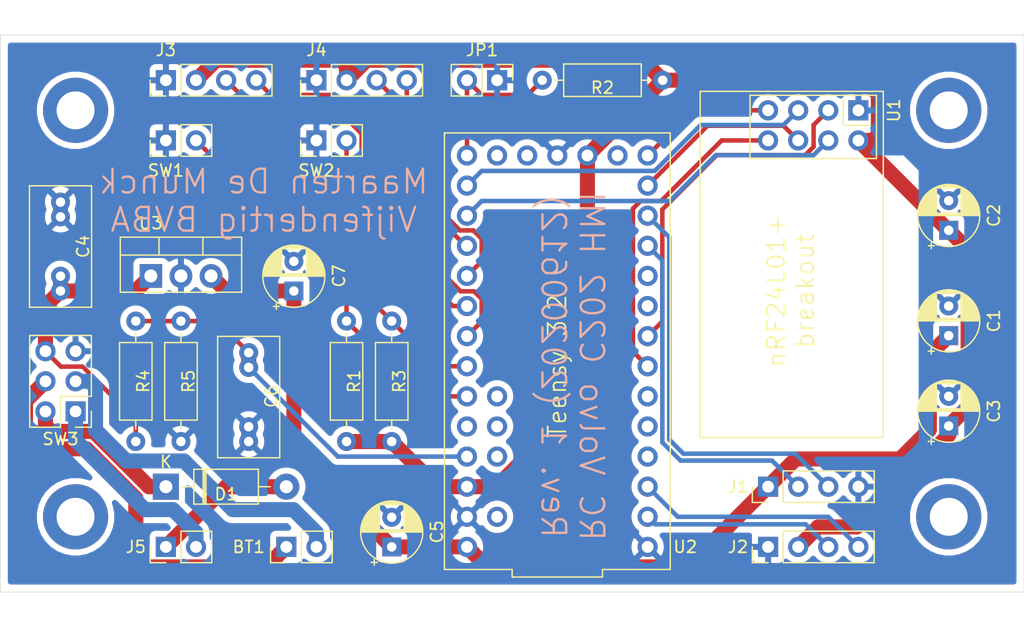
<source format=kicad_pcb>
(kicad_pcb (version 20171130) (host pcbnew 5.1.6+dfsg1-1)
  (title_block (title "Earth Rover") (date 2020-06-23) (rev 2) (company "Vijfendertig BVBA") (comment 1 "Maarten De Munck") (comment 2 "Human Machine Interface"))
  (layers (0 F.Cu signal) (31 B.Cu signal) (34 B.Paste user) (35 F.Paste user) (36 B.SilkS user) (37 F.SilkS user) (38 B.Mask user) (39 F.Mask user) (44 Edge.Cuts user))
  (net 0 "")
  (net 1 +5V)
  (net 2 GND)
  (net 3 +3V3)
  (net 4 "Net-(C4-Pad1)")
  (net 5 /BATTERY_MONITOR)
  (net 6 "Net-(D1-Pad1)")
  (net 7 /CHARGE_+)
  (net 8 /NEXTION_TX)
  (net 9 /NEXTION_RX)
  (net 10 /GPS_SERIAL_RX)
  (net 11 /GPS_SERIAL_TX)
  (net 12 /JS_LEFT_X)
  (net 13 /JS_LEFT_Y)
  (net 14 /JS_RIGHT_Y)
  (net 15 /JS_RIGHT_X)
  (net 16 /CHARGE_GND)
  (net 17 /RESET_EEPROM)
  (net 18 /BTN_LEFT)
  (net 19 /BTN_RIGHT)
  (net 20 /NRF24L01_CE)
  (net 21 /NRF24L01_CSN)
  (net 22 /NRF24L01_SCK)
  (net 23 /NRF24L01_MOSI)
  (net 24 /NRF24L01_MISO)
  (net 25 /NRF24L01_IRQ)
  (net 26 "Net-(U2-Pad4)")
  (net 27 "Net-(U2-Pad5)")
  (net 28 "Net-(U2-Pad6)")
  (net 29 "Net-(U2-Pad9)")
  (net 30 "Net-(U2-Pad10)")
  (net 31 "Net-(U2-Pad15)")
  (net 32 "Net-(U2-Pad18)")
  (net 33 "Net-(U2-Pad19)")
  (net 34 "Net-(U2-Pad29)")
  (net 35 "Net-(U2-Pad34)")
  (net 36 "Net-(U2-Pad35)")
  (net 37 "Net-(U2-Pad36)")
  (net 38 "Net-(U2-Pad37)")
  (net 39 /BATT_GND)
  (net 40 /BATT_+)
  (module MountingHole:MountingHole_3.2mm_M3_ISO14580_Pad (layer F.Cu) (at 72.39 130.81)
    (fp_text reference REF** hide)
    (fp_text value MountingHole_3.2mm_M3_ISO14580_Pad hide)
    (pad 1 thru_hole circle (at 0 0) (size 5.5 5.5) (drill 3.2) (layers *.Cu *.Mask))
  )
  (module MountingHole:MountingHole_3.2mm_M3_ISO14580_Pad (layer F.Cu) (at 146.05 130.81)
    (fp_text reference REF** hide)
    (fp_text value MountingHole_3.2mm_M3_ISO14580_Pad hide)
    (pad 1 thru_hole circle (at 0 0) (size 5.5 5.5) (drill 3.2) (layers *.Cu *.Mask))
  )
  (module MountingHole:MountingHole_3.2mm_M3_ISO14580_Pad (layer F.Cu) (at 72.39 165.1)
    (fp_text reference REF** hide)
    (fp_text value MountingHole_3.2mm_M3_ISO14580_Pad hide)
    (pad 1 thru_hole circle (at 0 0) (size 5.5 5.5) (drill 3.2) (layers *.Cu *.Mask))
  )
  (module MountingHole:MountingHole_3.2mm_M3_ISO14580_Pad (layer F.Cu) (at 146.05 165.1)
    (fp_text reference REF** hide)
    (fp_text value MountingHole_3.2mm_M3_ISO14580_Pad hide)
    (pad 1 thru_hole circle (at 0 0) (size 5.5 5.5) (drill 3.2) (layers *.Cu *.Mask))
  )
  (module Resistor_THT:R_Axial_DIN0207_L6.3mm_D2.5mm_P10.16mm_Horizontal (layer F.Cu) (at 99.06 158.75 90)
    (fp_text reference R3 (at 5.08 0.635 90) (layer F.SilkS))
    (fp_text value 10k)
    (pad 1 thru_hole circle (at 0 0 90) (size 1.6 1.6) (drill 0.8) (layers *.Cu *.Mask) (net 3 +3V3))
    (pad 2 thru_hole oval (at 10.16 0 90) (size 1.6 1.6) (drill 0.8) (layers *.Cu *.Mask) (net 19 /BTN_RIGHT))
  )
  (module Capacitor_THT:CP_Radial_D5.0mm_P2.50mm (layer F.Cu) (at 146.05 157.44 90)
    (fp_text reference C3 (at 1.25 3.81 90) (layer F.SilkS))
    (fp_text value 10u)
    (pad 2 thru_hole circle (at 2.5 0 90) (size 1.6 1.6) (drill 0.8) (layers *.Cu *.Mask) (net 2 GND))
    (pad 1 thru_hole rect (at 0 0 90) (size 1.6 1.6) (drill 0.8) (layers *.Cu *.Mask) (net 3 +3V3))
  )
  (module Capacitor_THT:CP_Radial_D5.0mm_P2.50mm (layer F.Cu) (at 90.805 146.05 90)
    (fp_text reference C7 (at 1.27 3.81 90) (layer F.SilkS))
    (fp_text value 47u)
    (pad 2 thru_hole circle (at 2.5 0 90) (size 1.6 1.6) (drill 0.8) (layers *.Cu *.Mask) (net 2 GND))
    (pad 1 thru_hole rect (at 0 0 90) (size 1.6 1.6) (drill 0.8) (layers *.Cu *.Mask) (net 1 +5V))
  )
  (module Capacitor_THT:C_Rect_L10.0mm_W5.0mm_P5.00mm_P7.50mm (layer F.Cu) (at 71.12 146.05 90)
    (fp_text reference C4 (at 3.75 1.905 90) (layer F.SilkS))
    (fp_text value 470n)
    (pad 1 thru_hole circle (at 1.25 0 90) (size 1.6 1.6) (drill 0.8) (layers *.Cu *.Mask) (net 4 "Net-(C4-Pad1)"))
    (pad 2 thru_hole circle (at 6.25 0 90) (size 1.6 1.6) (drill 0.8) (layers *.Cu *.Mask) (net 2 GND))
    (pad 1 thru_hole circle (at 0 0 90) (size 1.6 1.6) (drill 0.8) (layers *.Cu *.Mask) (net 4 "Net-(C4-Pad1)"))
    (pad 2 thru_hole circle (at 7.5 0 90) (size 1.6 1.6) (drill 0.8) (layers *.Cu *.Mask) (net 2 GND))
  )
  (module earth-rover-footprints:Teensy_3.2 (layer F.Cu) (at 113.03 151.13 90)
    (fp_text reference U2 (at -16.51 10.795 180) (layer F.SilkS))
    (fp_text value Teensy3.2)
    (pad 1 thru_hole circle (at -16.51 7.62 90) (size 1.7 1.7) (drill 1) (layers *.Cu *.Mask) (net 2 GND))
    (pad 2 thru_hole circle (at -13.97 7.62 90) (size 1.7 1.7) (drill 1) (layers *.Cu *.Mask) (net 11 /GPS_SERIAL_TX))
    (pad 3 thru_hole circle (at -11.43 7.62 90) (size 1.7 1.7) (drill 1) (layers *.Cu *.Mask) (net 10 /GPS_SERIAL_RX))
    (pad 4 thru_hole circle (at -8.89 7.62 90) (size 1.7 1.7) (drill 1) (layers *.Cu *.Mask) (net 26 "Net-(U2-Pad4)"))
    (pad 5 thru_hole circle (at -6.35 7.62 90) (size 1.7 1.7) (drill 1) (layers *.Cu *.Mask) (net 27 "Net-(U2-Pad5)"))
    (pad 6 thru_hole circle (at -3.81 7.62 90) (size 1.7 1.7) (drill 1) (layers *.Cu *.Mask) (net 28 "Net-(U2-Pad6)"))
    (pad 7 thru_hole circle (at -1.27 7.62 90) (size 1.7 1.7) (drill 1) (layers *.Cu *.Mask) (net 25 /NRF24L01_IRQ))
    (pad 8 thru_hole circle (at 1.27 7.62 90) (size 1.7 1.7) (drill 1) (layers *.Cu *.Mask) (net 20 /NRF24L01_CE))
    (pad 9 thru_hole circle (at 3.81 7.62 90) (size 1.7 1.7) (drill 1) (layers *.Cu *.Mask) (net 29 "Net-(U2-Pad9)"))
    (pad 10 thru_hole circle (at 6.35 7.62 90) (size 1.7 1.7) (drill 1) (layers *.Cu *.Mask) (net 30 "Net-(U2-Pad10)"))
    (pad 11 thru_hole circle (at 8.89 7.62 90) (size 1.7 1.7) (drill 1) (layers *.Cu *.Mask) (net 8 /NEXTION_TX))
    (pad 12 thru_hole circle (at 11.43 7.62 90) (size 1.7 1.7) (drill 1) (layers *.Cu *.Mask) (net 9 /NEXTION_RX))
    (pad 13 thru_hole circle (at 13.97 7.62 90) (size 1.7 1.7) (drill 1) (layers *.Cu *.Mask) (net 23 /NRF24L01_MOSI))
    (pad 14 thru_hole circle (at 16.51 7.62 90) (size 1.7 1.7) (drill 1) (layers *.Cu *.Mask) (net 24 /NRF24L01_MISO))
    (pad 15 thru_hole circle (at 16.51 5.08 90) (size 1.7 1.7) (drill 1) (layers *.Cu *.Mask) (net 31 "Net-(U2-Pad15)"))
    (pad 16 thru_hole circle (at 16.51 2.54 90) (size 1.7 1.7) (drill 1) (layers *.Cu *.Mask) (net 3 +3V3))
    (pad 17 thru_hole circle (at 16.51 0 90) (size 1.7 1.7) (drill 1) (layers *.Cu *.Mask) (net 2 GND))
    (pad 18 thru_hole circle (at 16.51 -2.54 90) (size 1.7 1.7) (drill 1) (layers *.Cu *.Mask) (net 32 "Net-(U2-Pad18)"))
    (pad 19 thru_hole circle (at 16.51 -5.08 90) (size 1.7 1.7) (drill 1) (layers *.Cu *.Mask) (net 33 "Net-(U2-Pad19)"))
    (pad 20 thru_hole circle (at 16.51 -7.62 90) (size 1.7 1.7) (drill 1) (layers *.Cu *.Mask) (net 17 /RESET_EEPROM))
    (pad 21 thru_hole circle (at 13.97 -7.62 90) (size 1.7 1.7) (drill 1) (layers *.Cu *.Mask) (net 22 /NRF24L01_SCK))
    (pad 22 thru_hole circle (at 11.43 -7.62 90) (size 1.7 1.7) (drill 1) (layers *.Cu *.Mask) (net 21 /NRF24L01_CSN))
    (pad 23 thru_hole circle (at 8.89 -7.62 90) (size 1.7 1.7) (drill 1) (layers *.Cu *.Mask) (net 15 /JS_RIGHT_X))
    (pad 24 thru_hole circle (at 6.35 -7.62 90) (size 1.7 1.7) (drill 1) (layers *.Cu *.Mask) (net 14 /JS_RIGHT_Y))
    (pad 25 thru_hole circle (at 3.81 -7.62 90) (size 1.7 1.7) (drill 1) (layers *.Cu *.Mask) (net 12 /JS_LEFT_X))
    (pad 26 thru_hole circle (at 1.27 -7.62 90) (size 1.7 1.7) (drill 1) (layers *.Cu *.Mask) (net 13 /JS_LEFT_Y))
    (pad 27 thru_hole circle (at -1.27 -7.62 90) (size 1.7 1.7) (drill 1) (layers *.Cu *.Mask) (net 19 /BTN_RIGHT))
    (pad 28 thru_hole circle (at -3.81 -7.62 90) (size 1.7 1.7) (drill 1) (layers *.Cu *.Mask) (net 18 /BTN_LEFT))
    (pad 29 thru_hole circle (at -6.35 -7.62 90) (size 1.7 1.7) (drill 1) (layers *.Cu *.Mask) (net 34 "Net-(U2-Pad29)"))
    (pad 30 thru_hole circle (at -8.89 -7.62 90) (size 1.7 1.7) (drill 1) (layers *.Cu *.Mask) (net 5 /BATTERY_MONITOR))
    (pad 31 thru_hole circle (at -11.43 -7.62 90) (size 1.7 1.7) (drill 1) (layers *.Cu *.Mask) (net 3 +3V3))
    (pad 32 thru_hole circle (at -13.97 -7.62 90) (size 1.7 1.7) (drill 1) (layers *.Cu *.Mask) (net 2 GND))
    (pad 33 thru_hole circle (at -16.51 -7.62 90) (size 1.7 1.7) (drill 1) (layers *.Cu *.Mask) (net 1 +5V))
    (pad 34 thru_hole circle (at -13.97 -5.08 90) (size 1.7 1.7) (drill 1) (layers *.Cu *.Mask) (net 35 "Net-(U2-Pad34)"))
    (pad 35 thru_hole circle (at -8.89 -5.08 90) (size 1.7 1.7) (drill 1) (layers *.Cu *.Mask) (net 36 "Net-(U2-Pad35)"))
    (pad 36 thru_hole circle (at -6.35 -5.08 90) (size 1.7 1.7) (drill 1) (layers *.Cu *.Mask) (net 37 "Net-(U2-Pad36)"))
    (pad 37 thru_hole circle (at -3.81 -5.08 90) (size 1.7 1.7) (drill 1) (layers *.Cu *.Mask) (net 38 "Net-(U2-Pad37)"))
  )
  (module Connector_PinHeader_2.54mm:PinHeader_1x02_P2.54mm_Vertical (layer F.Cu) (at 107.95 128.27 270)
    (fp_text reference JP1 (at -2.54 1.27 180) (layer F.SilkS))
    (fp_text value Jumper_2_Open)
    (pad 2 thru_hole oval (at 0 2.54 270) (size 1.7 1.7) (drill 1) (layers *.Cu *.Mask) (net 17 /RESET_EEPROM))
    (pad 1 thru_hole rect (at 0 0 270) (size 1.7 1.7) (drill 1) (layers *.Cu *.Mask) (net 2 GND))
  )
  (module Connector_PinHeader_2.54mm:PinHeader_1x02_P2.54mm_Vertical (layer F.Cu) (at 90.17 167.64 90)
    (fp_text reference BT1 (at 0 -3.175 180) (layer F.SilkS))
    (fp_text value "6x NiMH AA")
    (pad 2 thru_hole oval (at 0 2.54 90) (size 1.7 1.7) (drill 1) (layers *.Cu *.Mask) (net 39 /BATT_GND))
    (pad 1 thru_hole rect (at 0 0 90) (size 1.7 1.7) (drill 1) (layers *.Cu *.Mask) (net 40 /BATT_+))
  )
  (module Capacitor_THT:CP_Radial_D5.0mm_P2.50mm (layer F.Cu) (at 146.05 149.82 90)
    (fp_text reference C1 (at 1.25 3.81 90) (layer F.SilkS))
    (fp_text value 10u)
    (pad 1 thru_hole rect (at 0 0 90) (size 1.6 1.6) (drill 0.8) (layers *.Cu *.Mask) (net 1 +5V))
    (pad 2 thru_hole circle (at 2.5 0 90) (size 1.6 1.6) (drill 0.8) (layers *.Cu *.Mask) (net 2 GND))
  )
  (module Capacitor_THT:CP_Radial_D5.0mm_P2.50mm (layer F.Cu) (at 146.05 140.93 90)
    (fp_text reference C2 (at 1.25 3.81 90) (layer F.SilkS))
    (fp_text value 10u)
    (pad 1 thru_hole rect (at 0 0 90) (size 1.6 1.6) (drill 0.8) (layers *.Cu *.Mask) (net 3 +3V3))
    (pad 2 thru_hole circle (at 2.5 0 90) (size 1.6 1.6) (drill 0.8) (layers *.Cu *.Mask) (net 2 GND))
  )
  (module Capacitor_THT:CP_Radial_D5.0mm_P2.50mm (layer F.Cu) (at 99.06 167.64 90)
    (fp_text reference C5 (at 1.27 3.81 90) (layer F.SilkS))
    (fp_text value 10u)
    (pad 1 thru_hole rect (at 0 0 90) (size 1.6 1.6) (drill 0.8) (layers *.Cu *.Mask) (net 1 +5V))
    (pad 2 thru_hole circle (at 2.5 0 90) (size 1.6 1.6) (drill 0.8) (layers *.Cu *.Mask) (net 2 GND))
  )
  (module Capacitor_THT:C_Rect_L10.0mm_W5.0mm_P5.00mm_P7.50mm (layer F.Cu) (at 86.995 151.25 270)
    (fp_text reference C6 (at 3.69 -1.905 90) (layer F.SilkS))
    (fp_text value 100n)
    (pad 2 thru_hole circle (at 7.5 0 270) (size 1.6 1.6) (drill 0.8) (layers *.Cu *.Mask) (net 2 GND))
    (pad 1 thru_hole circle (at 0 0 270) (size 1.6 1.6) (drill 0.8) (layers *.Cu *.Mask) (net 5 /BATTERY_MONITOR))
    (pad 2 thru_hole circle (at 6.25 0 270) (size 1.6 1.6) (drill 0.8) (layers *.Cu *.Mask) (net 2 GND))
    (pad 1 thru_hole circle (at 1.25 0 270) (size 1.6 1.6) (drill 0.8) (layers *.Cu *.Mask) (net 5 /BATTERY_MONITOR))
  )
  (module Diode_THT:D_DO-41_SOD81_P10.16mm_Horizontal (layer F.Cu) (at 80.01 162.56)
    (fp_text reference D1 (at 5.08 0.635) (layer F.SilkS))
    (fp_text value 1N4001)
    (fp_text user K (at 0 -2.1) (layer F.SilkS))
    (pad 1 thru_hole rect (at 0 0) (size 2.2 2.2) (drill 1.1) (layers *.Cu *.Mask) (net 6 "Net-(D1-Pad1)"))
    (pad 2 thru_hole oval (at 10.16 0) (size 2.2 2.2) (drill 1.1) (layers *.Cu *.Mask) (net 7 /CHARGE_+))
  )
  (module Connector_PinHeader_2.54mm:PinHeader_1x04_P2.54mm_Vertical (layer F.Cu) (at 130.81 162.56 90)
    (fp_text reference J1 (at 0 -2.54 180) (layer F.SilkS))
    (fp_text value Conn_01x04_Male)
    (pad 1 thru_hole rect (at 0 0 90) (size 1.7 1.7) (drill 1) (layers *.Cu *.Mask) (net 1 +5V))
    (pad 2 thru_hole oval (at 0 2.54 90) (size 1.7 1.7) (drill 1) (layers *.Cu *.Mask) (net 8 /NEXTION_TX))
    (pad 3 thru_hole oval (at 0 5.08 90) (size 1.7 1.7) (drill 1) (layers *.Cu *.Mask) (net 9 /NEXTION_RX))
    (pad 4 thru_hole oval (at 0 7.62 90) (size 1.7 1.7) (drill 1) (layers *.Cu *.Mask) (net 2 GND))
  )
  (module Connector_PinHeader_2.54mm:PinHeader_1x04_P2.54mm_Vertical (layer F.Cu) (at 130.81 167.64 90)
    (fp_text reference J2 (at 0 -2.54 180) (layer F.SilkS))
    (fp_text value Conn_01x04_Male)
    (pad 4 thru_hole oval (at 0 7.62 90) (size 1.7 1.7) (drill 1) (layers *.Cu *.Mask) (net 10 /GPS_SERIAL_RX))
    (pad 3 thru_hole oval (at 0 5.08 90) (size 1.7 1.7) (drill 1) (layers *.Cu *.Mask) (net 11 /GPS_SERIAL_TX))
    (pad 2 thru_hole oval (at 0 2.54 90) (size 1.7 1.7) (drill 1) (layers *.Cu *.Mask) (net 3 +3V3))
    (pad 1 thru_hole rect (at 0 0 90) (size 1.7 1.7) (drill 1) (layers *.Cu *.Mask) (net 2 GND))
  )
  (module Connector_PinHeader_2.54mm:PinHeader_1x04_P2.54mm_Vertical (layer F.Cu) (at 80.01 128.27 90)
    (fp_text reference J3 (at 2.54 0 180) (layer F.SilkS))
    (fp_text value Conn_01x04_Male)
    (pad 1 thru_hole rect (at 0 0 90) (size 1.7 1.7) (drill 1) (layers *.Cu *.Mask) (net 2 GND))
    (pad 2 thru_hole oval (at 0 2.54 90) (size 1.7 1.7) (drill 1) (layers *.Cu *.Mask) (net 3 +3V3))
    (pad 3 thru_hole oval (at 0 5.08 90) (size 1.7 1.7) (drill 1) (layers *.Cu *.Mask) (net 12 /JS_LEFT_X))
    (pad 4 thru_hole oval (at 0 7.62 90) (size 1.7 1.7) (drill 1) (layers *.Cu *.Mask) (net 13 /JS_LEFT_Y))
  )
  (module Connector_PinHeader_2.54mm:PinHeader_1x04_P2.54mm_Vertical (layer F.Cu) (at 92.71 128.27 90)
    (fp_text reference J4 (at 2.54 0 180) (layer F.SilkS))
    (fp_text value Conn_01x04_Male)
    (pad 4 thru_hole oval (at 0 7.62 90) (size 1.7 1.7) (drill 1) (layers *.Cu *.Mask) (net 14 /JS_RIGHT_Y))
    (pad 3 thru_hole oval (at 0 5.08 90) (size 1.7 1.7) (drill 1) (layers *.Cu *.Mask) (net 15 /JS_RIGHT_X))
    (pad 2 thru_hole oval (at 0 2.54 90) (size 1.7 1.7) (drill 1) (layers *.Cu *.Mask) (net 3 +3V3))
    (pad 1 thru_hole rect (at 0 0 90) (size 1.7 1.7) (drill 1) (layers *.Cu *.Mask) (net 2 GND))
  )
  (module Connector_PinHeader_2.54mm:PinHeader_1x02_P2.54mm_Vertical (layer F.Cu) (at 80.01 167.64 90)
    (fp_text reference J5 (at 0 -2.54 180) (layer F.SilkS))
    (fp_text value 5.4mm/2.5mm)
    (pad 1 thru_hole rect (at 0 0 90) (size 1.7 1.7) (drill 1) (layers *.Cu *.Mask) (net 7 /CHARGE_+))
    (pad 2 thru_hole oval (at 0 2.54 90) (size 1.7 1.7) (drill 1) (layers *.Cu *.Mask) (net 16 /CHARGE_GND))
  )
  (module Resistor_THT:R_Axial_DIN0207_L6.3mm_D2.5mm_P10.16mm_Horizontal (layer F.Cu) (at 95.25 158.75 90)
    (fp_text reference R1 (at 5.08 0.635 90) (layer F.SilkS))
    (fp_text value 10k)
    (pad 2 thru_hole oval (at 10.16 0 90) (size 1.6 1.6) (drill 0.8) (layers *.Cu *.Mask) (net 18 /BTN_LEFT))
    (pad 1 thru_hole circle (at 0 0 90) (size 1.6 1.6) (drill 0.8) (layers *.Cu *.Mask) (net 3 +3V3))
  )
  (module Resistor_THT:R_Axial_DIN0207_L6.3mm_D2.5mm_P10.16mm_Horizontal (layer F.Cu) (at 121.92 128.27 180)
    (fp_text reference R2 (at 5.08 -0.635) (layer F.SilkS))
    (fp_text value 10k)
    (pad 1 thru_hole circle (at 0 0 180) (size 1.6 1.6) (drill 0.8) (layers *.Cu *.Mask) (net 3 +3V3))
    (pad 2 thru_hole oval (at 10.16 0 180) (size 1.6 1.6) (drill 0.8) (layers *.Cu *.Mask) (net 17 /RESET_EEPROM))
  )
  (module Resistor_THT:R_Axial_DIN0207_L6.3mm_D2.5mm_P10.16mm_Horizontal (layer F.Cu) (at 77.47 148.59 270)
    (fp_text reference R4 (at 5.08 -0.635 90) (layer F.SilkS))
    (fp_text value "220k, 1%")
    (pad 1 thru_hole circle (at 0 0 270) (size 1.6 1.6) (drill 0.8) (layers *.Cu *.Mask) (net 5 /BATTERY_MONITOR))
    (pad 2 thru_hole oval (at 10.16 0 270) (size 1.6 1.6) (drill 0.8) (layers *.Cu *.Mask) (net 4 "Net-(C4-Pad1)"))
  )
  (module Resistor_THT:R_Axial_DIN0207_L6.3mm_D2.5mm_P10.16mm_Horizontal (layer F.Cu) (at 81.28 158.75 90)
    (fp_text reference R5 (at 5.08 0.635 90) (layer F.SilkS))
    (fp_text value "100k, 1%")
    (pad 2 thru_hole oval (at 10.16 0 90) (size 1.6 1.6) (drill 0.8) (layers *.Cu *.Mask) (net 5 /BATTERY_MONITOR))
    (pad 1 thru_hole circle (at 0 0 90) (size 1.6 1.6) (drill 0.8) (layers *.Cu *.Mask) (net 2 GND))
  )
  (module Connector_PinHeader_2.54mm:PinHeader_1x02_P2.54mm_Vertical (layer F.Cu) (at 80.01 133.35 90)
    (fp_text reference SW1 (at -2.54 0 180) (layer F.SilkS))
    (fp_text value SW_Push)
    (pad 1 thru_hole rect (at 0 0 90) (size 1.7 1.7) (drill 1) (layers *.Cu *.Mask) (net 2 GND))
    (pad 2 thru_hole oval (at 0 2.54 90) (size 1.7 1.7) (drill 1) (layers *.Cu *.Mask) (net 18 /BTN_LEFT))
  )
  (module Connector_PinHeader_2.54mm:PinHeader_1x02_P2.54mm_Vertical (layer F.Cu) (at 92.71 133.35 90)
    (fp_text reference SW2 (at -2.54 0 180) (layer F.SilkS))
    (fp_text value SW_Push)
    (pad 2 thru_hole oval (at 0 2.54 90) (size 1.7 1.7) (drill 1) (layers *.Cu *.Mask) (net 19 /BTN_RIGHT))
    (pad 1 thru_hole rect (at 0 0 90) (size 1.7 1.7) (drill 1) (layers *.Cu *.Mask) (net 2 GND))
  )
  (module Package_TO_SOT_THT:TO-220-3_Vertical (layer F.Cu) (at 78.74 144.78)
    (fp_text reference U3 (at 0 -4.445) (layer F.SilkS))
    (fp_text value LM2940CT-5.0)
    (pad 1 thru_hole rect (at 0 0) (size 1.905 2) (drill 1.1) (layers *.Cu *.Mask) (net 4 "Net-(C4-Pad1)"))
    (pad 2 thru_hole oval (at 2.54 0) (size 1.905 2) (drill 1.1) (layers *.Cu *.Mask) (net 2 GND))
    (pad 3 thru_hole oval (at 5.08 0) (size 1.905 2) (drill 1.1) (layers *.Cu *.Mask) (net 1 +5V))
  )
  (module earth-rover-footprints:PinHeader_2x03_P2.54mm_Vertical_Switch_DPDT (layer F.Cu) (at 72.39 156.21 180)
    (fp_text reference SW3 (at 1.27 -2.33) (layer F.SilkS))
    (fp_text value SW_DPDT_x2)
    (pad 1 thru_hole rect (at 0 0 180) (size 1.7 1.7) (drill 1) (layers *.Cu *.Mask) (net 16 /CHARGE_GND))
    (pad 4 thru_hole oval (at 2.54 0 180) (size 1.7 1.7) (drill 1) (layers *.Cu *.Mask) (net 6 "Net-(D1-Pad1)"))
    (pad 2 thru_hole oval (at 0 2.54 180) (size 1.7 1.7) (drill 1) (layers *.Cu *.Mask) (net 39 /BATT_GND))
    (pad 5 thru_hole oval (at 2.54 2.54 180) (size 1.7 1.7) (drill 1) (layers *.Cu *.Mask) (net 40 /BATT_+))
    (pad 3 thru_hole oval (at 0 5.08 180) (size 1.7 1.7) (drill 1) (layers *.Cu *.Mask) (net 2 GND))
    (pad 6 thru_hole oval (at 2.54 5.08 180) (size 1.7 1.7) (drill 1) (layers *.Cu *.Mask) (net 4 "Net-(C4-Pad1)"))
  )
  (module earth-rover-footprints:nRF24L01_Breakout_LargerHoles (layer F.Cu) (at 138.43 130.81 270)
    (fp_text reference U1 (at 0 -3 90) (layer F.SilkS))
    (fp_text value NRF24L01+)
    (pad 1 thru_hole rect (at 0 0 270) (size 1.7 1.7) (drill 1) (layers *.Cu *.Mask) (net 2 GND))
    (pad 2 thru_hole oval (at 2.54 0 270) (size 1.7 1.7) (drill 1) (layers *.Cu *.Mask) (net 3 +3V3))
    (pad 8 thru_hole oval (at 2.54 7.62 270) (size 1.7 1.7) (drill 1) (layers *.Cu *.Mask) (net 25 /NRF24L01_IRQ))
    (pad 4 thru_hole oval (at 2.54 2.54 270) (size 1.7 1.7) (drill 1) (layers *.Cu *.Mask) (net 21 /NRF24L01_CSN))
    (pad 3 thru_hole oval (at 0 2.54 270) (size 1.7 1.7) (drill 1) (layers *.Cu *.Mask) (net 20 /NRF24L01_CE))
    (pad 5 thru_hole oval (at 0 5.08 270) (size 1.7 1.7) (drill 1) (layers *.Cu *.Mask) (net 22 /NRF24L01_SCK))
    (pad 6 thru_hole oval (at 2.54 5.08 270) (size 1.7 1.7) (drill 1) (layers *.Cu *.Mask) (net 23 /NRF24L01_MOSI))
    (pad 7 thru_hole oval (at 0 7.62 270) (size 1.7 1.7) (drill 1) (layers *.Cu *.Mask) (net 24 /NRF24L01_MISO))
  )
  (gr_text "nRF24L01+\nbreakout" (at 132.715 146.05 90) (layer F.SilkS) (effects (font (size 1.5 1.5))))
  (gr_text "Teensy 3.2" (at 113.03 152.4 90) (layer F.SilkS) (effects (font (size 1.5 1.5))))
  (gr_text "Maarten De Munck\nVijfendertig BVBA" (at 88.265 138.43) (layer B.SilkS) (effects (font (size 2 2) (thickness 0.2)) (justify mirror)))
  (gr_text "RC Volvo C202 HMI\nRev. 1 (20200612)" (at 114.3 152.4 270) (layer B.SilkS) (effects (font (size 2 2) (thickness 0.2)) (justify mirror)))
  (gr_line (start 152.4 124.46) (end 152.4 171.45) (layer Edge.Cuts) (width 0.05))
  (gr_line (start 66.04 124.46) (end 152.4 124.46) (layer Edge.Cuts) (width 0.05))
  (gr_line (start 66.04 171.45) (end 152.4 171.45) (layer Edge.Cuts) (width 0.05))
  (gr_line (start 66.04 171.45) (end 66.04 124.46) (layer Edge.Cuts) (width 0.05))
  (segment (start 85.09 146.05) (end 83.82 144.78) (width 1.27) (layer F.Cu) (net 1))
  (segment (start 90.805 146.05) (end 85.09 146.05) (width 1.27) (layer F.Cu) (net 1))
  (segment (start 99.06 167.64) (end 105.41 167.64) (width 1.27) (layer F.Cu) (net 1))
  (segment (start 90.805 159.385) (end 99.06 167.64) (width 1.27) (layer F.Cu) (net 1))
  (segment (start 90.805 146.05) (end 90.805 159.385) (width 1.27) (layer F.Cu) (net 1))
  (segment (start 124.044999 169.325001) (end 130.81 162.56) (width 1.27) (layer F.Cu) (net 1))
  (segment (start 107.095001 169.325001) (end 124.044999 169.325001) (width 1.27) (layer F.Cu) (net 1))
  (segment (start 105.41 167.64) (end 107.095001 169.325001) (width 1.27) (layer F.Cu) (net 1))
  (segment (start 144.414999 151.455001) (end 146.05 149.82) (width 1.27) (layer F.Cu) (net 1))
  (segment (start 144.414999 157.755885) (end 144.414999 151.455001) (width 1.27) (layer F.Cu) (net 1))
  (segment (start 141.950874 160.22001) (end 144.414999 157.755885) (width 1.27) (layer F.Cu) (net 1))
  (segment (start 133.14999 160.22001) (end 141.950874 160.22001) (width 1.27) (layer F.Cu) (net 1))
  (segment (start 130.81 162.56) (end 133.14999 160.22001) (width 1.27) (layer F.Cu) (net 1))
  (segment (start 71.12 138.55) (end 71.12 139.8) (width 1.27) (layer B.Cu) (net 2))
  (segment (start 86.995 157.5) (end 86.995 158.75) (width 1.27) (layer B.Cu) (net 2))
  (segment (start 76.32 133.35) (end 71.12 138.55) (width 0.381) (layer B.Cu) (net 2))
  (segment (start 80.01 133.35) (end 76.32 133.35) (width 0.381) (layer B.Cu) (net 2))
  (segment (start 81.28 158.75) (end 83.82 156.21) (width 0.381) (layer B.Cu) (net 2))
  (segment (start 85.705 156.21) (end 86.995 157.5) (width 0.381) (layer B.Cu) (net 2))
  (segment (start 83.82 156.21) (end 85.705 156.21) (width 0.381) (layer B.Cu) (net 2))
  (segment (start 84.235001 126.584999) (end 82.55 128.27) (width 1.27) (layer F.Cu) (net 3))
  (segment (start 94.76708 126.584999) (end 84.235001 126.584999) (width 1.27) (layer F.Cu) (net 3))
  (segment (start 95.25 127.067919) (end 94.76708 126.584999) (width 1.27) (layer F.Cu) (net 3))
  (segment (start 95.25 128.27) (end 95.25 127.067919) (width 1.27) (layer F.Cu) (net 3))
  (segment (start 95.25 158.75) (end 99.06 158.75) (width 1.27) (layer F.Cu) (net 3))
  (segment (start 102.87 162.56) (end 105.41 162.56) (width 1.27) (layer F.Cu) (net 3))
  (segment (start 99.06 158.75) (end 102.87 162.56) (width 1.27) (layer F.Cu) (net 3))
  (segment (start 146.01 140.93) (end 138.43 133.35) (width 1.27) (layer F.Cu) (net 3))
  (segment (start 146.05 140.93) (end 146.01 140.93) (width 1.27) (layer F.Cu) (net 3))
  (segment (start 147.685001 142.565001) (end 146.05 140.93) (width 1.27) (layer F.Cu) (net 3))
  (segment (start 147.685001 155.804999) (end 147.685001 142.565001) (width 1.27) (layer F.Cu) (net 3))
  (segment (start 146.05 157.44) (end 147.685001 155.804999) (width 1.27) (layer F.Cu) (net 3))
  (segment (start 146.05 157.44) (end 146.05 158.199792) (width 1.27) (layer F.Cu) (net 3))
  (segment (start 135.035001 165.954999) (end 133.35 167.64) (width 1.27) (layer F.Cu) (net 3))
  (segment (start 138.294793 165.954999) (end 135.035001 165.954999) (width 1.27) (layer F.Cu) (net 3))
  (segment (start 146.05 158.199792) (end 138.294793 165.954999) (width 1.27) (layer F.Cu) (net 3))
  (segment (start 115.57 154.893802) (end 115.57 134.62) (width 1.27) (layer F.Cu) (net 3))
  (segment (start 107.903802 162.56) (end 115.57 154.893802) (width 1.27) (layer F.Cu) (net 3))
  (segment (start 105.41 162.56) (end 107.903802 162.56) (width 1.27) (layer F.Cu) (net 3))
  (segment (start 115.57 134.62) (end 121.92 128.27) (width 1.27) (layer F.Cu) (net 3))
  (segment (start 121.92 128.27) (end 138.917002 128.27) (width 1.27) (layer F.Cu) (net 3))
  (segment (start 96.935001 126.584999) (end 95.25 128.27) (width 1.27) (layer F.Cu) (net 3))
  (segment (start 120.234999 126.584999) (end 96.935001 126.584999) (width 1.27) (layer F.Cu) (net 3))
  (segment (start 121.92 128.27) (end 120.234999 126.584999) (width 1.27) (layer F.Cu) (net 3))
  (segment (start 140.115001 129.467999) (end 138.917002 128.27) (width 1.27) (layer F.Cu) (net 3))
  (segment (start 140.115001 132.86708) (end 140.115001 129.467999) (width 1.27) (layer F.Cu) (net 3))
  (segment (start 139.632081 133.35) (end 140.115001 132.86708) (width 1.27) (layer F.Cu) (net 3))
  (segment (start 138.43 133.35) (end 139.632081 133.35) (width 1.27) (layer F.Cu) (net 3))
  (segment (start 77.47 156.914058) (end 77.47 158.75) (width 0.381) (layer F.Cu) (net 4))
  (segment (start 72.985441 152.429499) (end 77.47 156.914058) (width 0.381) (layer F.Cu) (net 4))
  (segment (start 71.149499 152.429499) (end 72.985441 152.429499) (width 0.381) (layer F.Cu) (net 4))
  (segment (start 69.85 151.13) (end 71.149499 152.429499) (width 0.381) (layer F.Cu) (net 4))
  (segment (start 69.85 147.32) (end 71.12 146.05) (width 1.27) (layer F.Cu) (net 4))
  (segment (start 69.85 151.13) (end 69.85 147.32) (width 1.27) (layer F.Cu) (net 4))
  (segment (start 77.47 146.05) (end 78.74 144.78) (width 1.27) (layer F.Cu) (net 4))
  (segment (start 71.12 146.05) (end 77.47 146.05) (width 1.27) (layer F.Cu) (net 4))
  (segment (start 71.12 146.05) (end 71.12 144.8) (width 1.27) (layer F.Cu) (net 4))
  (segment (start 77.47 148.59) (end 81.28 148.59) (width 0.381) (layer F.Cu) (net 5))
  (segment (start 84.335 148.59) (end 86.995 151.25) (width 0.381) (layer F.Cu) (net 5))
  (segment (start 81.28 148.59) (end 84.335 148.59) (width 0.381) (layer F.Cu) (net 5))
  (segment (start 94.515 160.02) (end 86.995 152.5) (width 0.381) (layer B.Cu) (net 5))
  (segment (start 105.41 160.02) (end 94.515 160.02) (width 0.381) (layer B.Cu) (net 5))
  (segment (start 86.995 151.25) (end 86.995 152.5) (width 1.27) (layer F.Cu) (net 5))
  (segment (start 78.573 162.56) (end 80.01 162.56) (width 1.27) (layer F.Cu) (net 6))
  (segment (start 73.908001 157.895001) (end 78.573 162.56) (width 1.27) (layer F.Cu) (net 6))
  (segment (start 69.85 157.412081) (end 70.33292 157.895001) (width 1.27) (layer F.Cu) (net 6))
  (segment (start 70.33292 157.895001) (end 73.908001 157.895001) (width 1.27) (layer F.Cu) (net 6))
  (segment (start 69.85 156.21) (end 69.85 157.412081) (width 1.27) (layer F.Cu) (net 6))
  (segment (start 80.01 167.64) (end 85.09 162.56) (width 1.27) (layer F.Cu) (net 7))
  (segment (start 85.09 162.56) (end 90.17 162.56) (width 1.27) (layer F.Cu) (net 7))
  (segment (start 121.890501 158.824439) (end 121.890501 143.480501) (width 0.381) (layer B.Cu) (net 8))
  (segment (start 123.422581 160.356519) (end 121.890501 158.824439) (width 0.381) (layer B.Cu) (net 8))
  (segment (start 121.890501 143.480501) (end 120.65 142.24) (width 0.381) (layer B.Cu) (net 8))
  (segment (start 131.14652 160.35652) (end 123.422581 160.356519) (width 0.381) (layer B.Cu) (net 8))
  (segment (start 133.35 162.56) (end 131.14652 160.35652) (width 0.381) (layer B.Cu) (net 8))
  (segment (start 122.471511 141.521511) (end 120.65 139.7) (width 0.381) (layer B.Cu) (net 9))
  (segment (start 122.471511 158.583777) (end 122.471511 141.521511) (width 0.381) (layer B.Cu) (net 9))
  (segment (start 123.663244 159.77551) (end 122.471511 158.583777) (width 0.381) (layer B.Cu) (net 9))
  (segment (start 133.10551 159.77551) (end 123.663244 159.77551) (width 0.381) (layer B.Cu) (net 9))
  (segment (start 135.89 162.56) (end 133.10551 159.77551) (width 0.381) (layer B.Cu) (net 9))
  (segment (start 138.43 167.64) (end 135.89 165.1) (width 0.381) (layer B.Cu) (net 10))
  (segment (start 123.19 165.1) (end 120.65 162.56) (width 0.381) (layer B.Cu) (net 10))
  (segment (start 135.89 165.1) (end 123.19 165.1) (width 0.381) (layer B.Cu) (net 10))
  (segment (start 135.89 167.64) (end 133.985 165.735) (width 0.381) (layer B.Cu) (net 11))
  (segment (start 121.285 165.735) (end 120.65 165.1) (width 0.381) (layer B.Cu) (net 11))
  (segment (start 133.985 165.735) (end 121.285 165.735) (width 0.381) (layer B.Cu) (net 11))
  (segment (start 106.045 147.32) (end 104.842919 147.32) (width 0.381) (layer F.Cu) (net 12))
  (segment (start 86.911511 130.091511) (end 85.09 128.27) (width 0.381) (layer F.Cu) (net 12))
  (segment (start 93.827453 130.091511) (end 86.911511 130.091511) (width 0.381) (layer F.Cu) (net 12))
  (segment (start 96.52 132.784058) (end 93.827453 130.091511) (width 0.381) (layer F.Cu) (net 12))
  (segment (start 96.52 139.632081) (end 96.52 132.784058) (width 0.381) (layer F.Cu) (net 12))
  (segment (start 104.207919 147.32) (end 96.52 139.632081) (width 0.381) (layer F.Cu) (net 12))
  (segment (start 105.41 147.32) (end 104.207919 147.32) (width 0.381) (layer F.Cu) (net 12))
  (segment (start 106.650501 148.619499) (end 105.41 149.86) (width 0.381) (layer F.Cu) (net 13))
  (segment (start 106.650501 146.724559) (end 106.650501 148.619499) (width 0.381) (layer F.Cu) (net 13))
  (segment (start 106.005441 146.079499) (end 106.650501 146.724559) (width 0.381) (layer F.Cu) (net 13))
  (segment (start 104.873557 146.079499) (end 106.005441 146.079499) (width 0.381) (layer F.Cu) (net 13))
  (segment (start 98.47899 139.684932) (end 104.873557 146.079499) (width 0.381) (layer F.Cu) (net 13))
  (segment (start 98.47899 133.921376) (end 98.47899 139.684932) (width 0.381) (layer F.Cu) (net 13))
  (segment (start 88.870501 129.510501) (end 94.068116 129.510502) (width 0.381) (layer F.Cu) (net 13))
  (segment (start 94.068116 129.510502) (end 98.47899 133.921376) (width 0.381) (layer F.Cu) (net 13))
  (segment (start 87.63 128.27) (end 88.870501 129.510501) (width 0.381) (layer F.Cu) (net 13))
  (segment (start 100.33 136.455942) (end 100.33 128.27) (width 0.381) (layer F.Cu) (net 14))
  (segment (start 104.814559 140.940501) (end 100.33 136.455942) (width 0.381) (layer F.Cu) (net 14))
  (segment (start 105.946443 140.940501) (end 104.814559 140.940501) (width 0.381) (layer F.Cu) (net 14))
  (segment (start 106.650501 141.644559) (end 105.946443 140.940501) (width 0.381) (layer F.Cu) (net 14))
  (segment (start 106.650501 143.539499) (end 106.650501 141.644559) (width 0.381) (layer F.Cu) (net 14))
  (segment (start 105.41 144.78) (end 106.650501 143.539499) (width 0.381) (layer F.Cu) (net 14))
  (segment (start 106.045 142.24) (end 104.842919 142.24) (width 0.381) (layer F.Cu) (net 15))
  (segment (start 105.292386 142.24) (end 99.06 136.007614) (width 0.381) (layer F.Cu) (net 15))
  (segment (start 105.41 142.24) (end 105.292386 142.24) (width 0.381) (layer F.Cu) (net 15))
  (segment (start 99.06 129.54) (end 97.79 128.27) (width 0.381) (layer F.Cu) (net 15))
  (segment (start 99.06 136.007614) (end 99.06 129.54) (width 0.381) (layer F.Cu) (net 15))
  (segment (start 72.39 158.643002) (end 72.39 156.21) (width 1.27) (layer B.Cu) (net 16))
  (segment (start 78.241999 164.495001) (end 72.39 158.643002) (width 1.27) (layer B.Cu) (net 16))
  (segment (start 80.607082 164.495001) (end 78.241999 164.495001) (width 1.27) (layer B.Cu) (net 16))
  (segment (start 82.55 166.437919) (end 80.607082 164.495001) (width 1.27) (layer B.Cu) (net 16))
  (segment (start 82.55 167.64) (end 82.55 166.437919) (width 1.27) (layer B.Cu) (net 16))
  (segment (start 105.41 134.62) (end 105.41 128.27) (width 0.381) (layer F.Cu) (net 17))
  (segment (start 110.519499 129.510501) (end 111.76 128.27) (width 0.381) (layer F.Cu) (net 17))
  (segment (start 106.650501 129.510501) (end 110.519499 129.510501) (width 0.381) (layer F.Cu) (net 17))
  (segment (start 105.41 128.27) (end 106.650501 129.510501) (width 0.381) (layer F.Cu) (net 17))
  (segment (start 95.25 146.05) (end 95.25 148.59) (width 0.381) (layer F.Cu) (net 18))
  (segment (start 82.55 133.35) (end 95.25 146.05) (width 0.381) (layer F.Cu) (net 18))
  (segment (start 101.6 154.94) (end 105.41 154.94) (width 0.381) (layer F.Cu) (net 18))
  (segment (start 95.25 148.59) (end 101.6 154.94) (width 0.381) (layer F.Cu) (net 18))
  (segment (start 95.25 144.78) (end 99.06 148.59) (width 0.381) (layer F.Cu) (net 19))
  (segment (start 95.25 133.35) (end 95.25 144.78) (width 0.381) (layer F.Cu) (net 19))
  (segment (start 102.87 152.4) (end 99.06 148.59) (width 0.381) (layer F.Cu) (net 19))
  (segment (start 105.41 152.4) (end 102.87 152.4) (width 0.381) (layer F.Cu) (net 19))
  (segment (start 121.890501 148.619499) (end 120.65 149.86) (width 0.381) (layer F.Cu) (net 20))
  (segment (start 121.890501 139.177233) (end 121.890501 148.619499) (width 0.381) (layer F.Cu) (net 20))
  (segment (start 134.649499 132.050501) (end 135.89 130.81) (width 0.381) (layer F.Cu) (net 20))
  (segment (start 134.649499 133.886443) (end 134.649499 132.050501) (width 0.381) (layer F.Cu) (net 20))
  (segment (start 133.945441 134.590501) (end 134.649499 133.886443) (width 0.381) (layer F.Cu) (net 20))
  (segment (start 126.477233 134.590501) (end 133.945441 134.590501) (width 0.381) (layer F.Cu) (net 20))
  (segment (start 121.890501 139.177233) (end 126.477233 134.590501) (width 0.381) (layer F.Cu) (net 20))
  (segment (start 134.649499 134.590501) (end 135.89 133.35) (width 0.381) (layer B.Cu) (net 21))
  (segment (start 126.394499 134.590501) (end 134.649499 134.590501) (width 0.381) (layer B.Cu) (net 21))
  (segment (start 122.525501 138.459499) (end 126.394499 134.590501) (width 0.381) (layer B.Cu) (net 21))
  (segment (start 106.650501 138.459499) (end 122.525501 138.459499) (width 0.381) (layer B.Cu) (net 21))
  (segment (start 105.41 139.7) (end 106.650501 138.459499) (width 0.381) (layer B.Cu) (net 21))
  (segment (start 132.109499 132.050501) (end 133.35 130.81) (width 0.381) (layer B.Cu) (net 22))
  (segment (start 125.124499 132.050501) (end 132.109499 132.050501) (width 0.381) (layer B.Cu) (net 22))
  (segment (start 106.650501 135.919499) (end 121.255501 135.919499) (width 0.381) (layer B.Cu) (net 22))
  (segment (start 121.255501 135.919499) (end 125.124499 132.050501) (width 0.381) (layer B.Cu) (net 22))
  (segment (start 105.41 137.16) (end 106.650501 135.919499) (width 0.381) (layer B.Cu) (net 22))
  (segment (start 132.109499 132.109499) (end 133.35 133.35) (width 0.381) (layer F.Cu) (net 23))
  (segment (start 125.700501 132.109499) (end 132.109499 132.109499) (width 0.381) (layer F.Cu) (net 23))
  (segment (start 120.65 137.16) (end 125.700501 132.109499) (width 0.381) (layer F.Cu) (net 23))
  (segment (start 124.46 130.81) (end 120.65 134.62) (width 0.381) (layer F.Cu) (net 24))
  (segment (start 130.81 130.81) (end 124.46 130.81) (width 0.381) (layer F.Cu) (net 24))
  (segment (start 119.409499 151.159499) (end 120.65 152.4) (width 0.381) (layer F.Cu) (net 25))
  (segment (start 119.409499 139.104559) (end 119.409499 151.159499) (width 0.381) (layer F.Cu) (net 25))
  (segment (start 120.054559 138.459499) (end 119.409499 139.104559) (width 0.381) (layer F.Cu) (net 25))
  (segment (start 121.786563 138.459499) (end 120.054559 138.459499) (width 0.381) (layer F.Cu) (net 25))
  (segment (start 126.896062 133.35) (end 121.786563 138.459499) (width 0.381) (layer F.Cu) (net 25))
  (segment (start 130.81 133.35) (end 126.896062 133.35) (width 0.381) (layer F.Cu) (net 25))
  (segment (start 74.075001 157.774803) (end 74.075001 154.15292) (width 1.27) (layer B.Cu) (net 39))
  (segment (start 76.685199 160.385001) (end 74.075001 157.774803) (width 1.27) (layer B.Cu) (net 39))
  (segment (start 74.075001 154.15292) (end 73.592081 153.67) (width 1.27) (layer B.Cu) (net 39))
  (segment (start 81.538003 160.385001) (end 76.685199 160.385001) (width 1.27) (layer B.Cu) (net 39))
  (segment (start 73.592081 153.67) (end 72.39 153.67) (width 1.27) (layer B.Cu) (net 39))
  (segment (start 85.648003 164.495001) (end 81.538003 160.385001) (width 1.27) (layer B.Cu) (net 39))
  (segment (start 92.71 166.437919) (end 90.767082 164.495001) (width 1.27) (layer B.Cu) (net 39))
  (segment (start 90.767082 164.495001) (end 85.648003 164.495001) (width 1.27) (layer B.Cu) (net 39))
  (segment (start 92.71 167.64) (end 92.71 166.437919) (width 1.27) (layer B.Cu) (net 39))
  (segment (start 68.164999 155.355001) (end 69.85 153.67) (width 1.27) (layer F.Cu) (net 40))
  (segment (start 68.164999 157.805988) (end 68.164999 155.355001) (width 1.27) (layer F.Cu) (net 40))
  (segment (start 69.724021 159.36501) (end 68.164999 157.805988) (width 1.27) (layer F.Cu) (net 40))
  (segment (start 73.299103 159.365011) (end 69.724021 159.36501) (width 1.27) (layer F.Cu) (net 40))
  (segment (start 88.484999 169.325001) (end 90.17 167.64) (width 1.27) (layer F.Cu) (net 40))
  (segment (start 78.491999 169.325001) (end 77.47 168.303002) (width 1.27) (layer F.Cu) (net 40))
  (segment (start 88.484999 169.325001) (end 78.491999 169.325001) (width 1.27) (layer F.Cu) (net 40))
  (segment (start 77.47 163.535908) (end 73.299103 159.365011) (width 1.27) (layer F.Cu) (net 40))
  (segment (start 77.47 168.303002) (end 77.47 163.535908) (width 1.27) (layer F.Cu) (net 40))
  (zone (net 2) (net_name GND) (layer B.Cu) (connect_pads (clearance 0.508)) (min_thickness 0.5) (fill yes (arc_segments 32) (thermal_gap 0.508) (thermal_bridge_width 0.508))
    (polygon (pts (xy 151.765 170.815) (xy 66.675 170.815) (xy 66.675 125.095) (xy 151.765 125.095)))
  )
  (zone (net 0) (net_name "") (layers F&B.Cu) (connect_pads (clearance 0.508)) (min_thickness 0.254)
    (keepout (tracks not_allowed) (vias not_allowed) (copperpour not_allowed))
    (fill (arc_segments 32) (thermal_gap 0.508) (thermal_bridge_width 0.508))
    (polygon (pts (xy 141.605 159.385) (xy 124.46 159.385) (xy 123.19 158.115) (xy 123.19 139.065) (xy 124.46 137.795) (xy 141.605 137.795)))
  )
  (zone (net 0) (net_name "") (layer B.Cu) (connect_pads (clearance 0.508)) (min_thickness 0.254)
    (keepout (tracks allowed) (vias allowed) (copperpour not_allowed))
    (fill (arc_segments 32) (thermal_gap 0.508) (thermal_bridge_width 0.508))
    (polygon (pts (xy 143.51 135.89) (xy 143.51 158.75) (xy 142.24 160.02) (xy 122.555 160.02) (xy 122.555 134.62) (xy 142.24 134.62)))
  )
)
</source>
